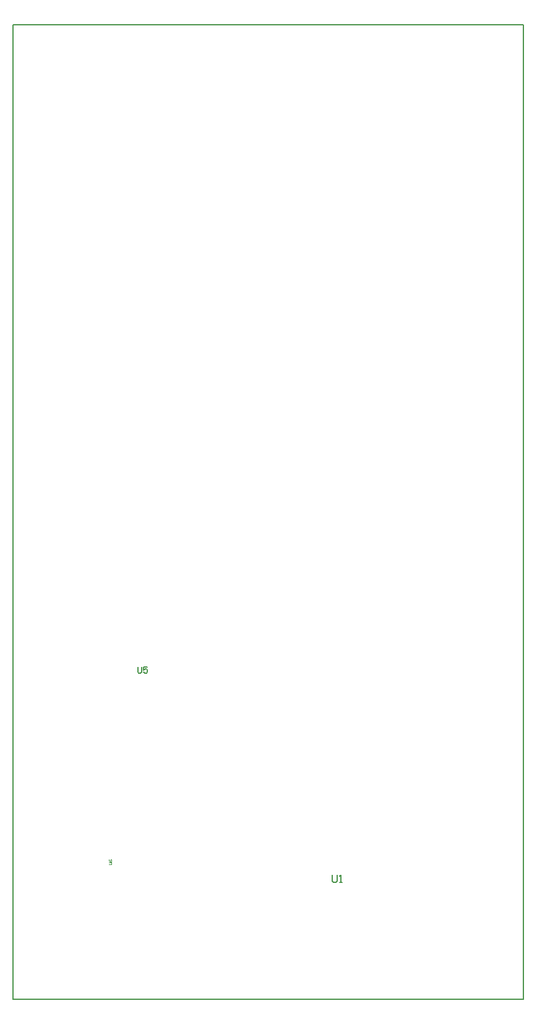
<source format=gm1>
G04*
G04 #@! TF.GenerationSoftware,Altium Limited,DefaultClient, ()*
G04*
G04 Layer_Color=16711935*
%FSLAX44Y44*%
%MOMM*%
G71*
G04*
G04 #@! TF.SameCoordinates,8DA877EA-5960-4089-89AF-F9EF2ED2926F*
G04*
G04*
G04 #@! TF.FilePolarity,Positive*
G04*
G01*
G75*
%ADD11C,0.1270*%
%ADD12C,0.1500*%
%ADD14C,0.1778*%
%ADD151C,0.0600*%
D11*
X-121400Y-292100D02*
X577100D01*
Y1041400D01*
X-121400D02*
X577100D01*
X-121400Y-292100D02*
Y1041400D01*
D12*
X49020Y162227D02*
Y155563D01*
X50353Y154230D01*
X53019D01*
X54352Y155563D01*
Y162227D01*
X62349D02*
X57017D01*
Y158229D01*
X59683Y159562D01*
X61016D01*
X62349Y158229D01*
Y155563D01*
X61016Y154230D01*
X58350D01*
X57017Y155563D01*
D14*
X314960Y-121923D02*
Y-130387D01*
X316653Y-132080D01*
X320038D01*
X321731Y-130387D01*
Y-121923D01*
X325117Y-132080D02*
X328502D01*
X326810D01*
Y-121923D01*
X325117Y-123616D01*
D151*
X9221Y-107950D02*
X12553D01*
X13220Y-107284D01*
Y-105951D01*
X12553Y-105284D01*
X9221D01*
Y-101286D02*
X9888Y-102619D01*
X11221Y-103951D01*
X12553D01*
X13220Y-103285D01*
Y-101952D01*
X12553Y-101286D01*
X11887D01*
X11221Y-101952D01*
Y-103951D01*
M02*

</source>
